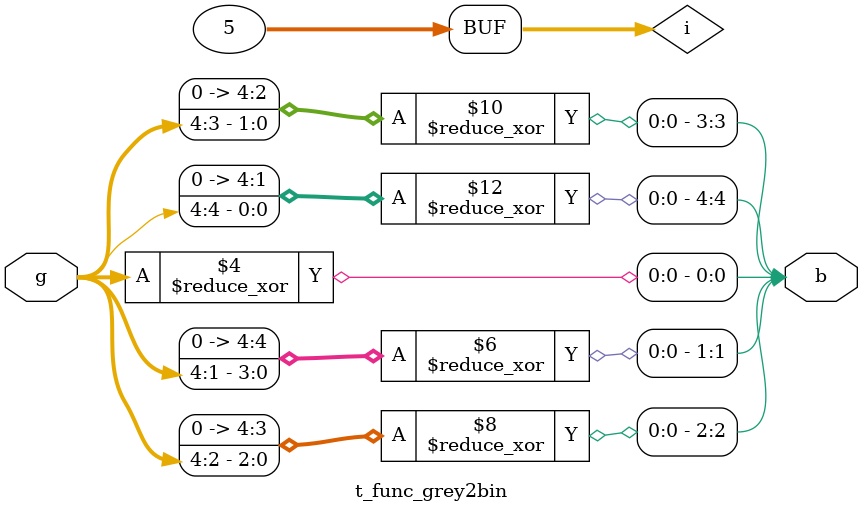
<source format=v>

module t (/*AUTOARG*/
   // Inputs
   clk
   );

   // surefire lint_off _NETNM
   // surefire lint_off STMINI

   input clk;
   integer _mode;   initial _mode = 0;

   wire [2:0] b3; reg [2:0] g3;
   wire [5:0] b6; reg [5:0] g6;

   t_func_grey2bin #(3) g2b3 (.b(b3), .g(g3));
   t_func_grey2bin #(6) g2b6 (.b(b6), .g(g6));

   always @ (posedge clk) begin
      if (_mode==0) begin
	 _mode <= 1;
	 g3 <= 3'b101;
	 g6 <= 6'b110101;
      end
      else if (_mode==1) begin
	 if (b3 !== 3'b110) $stop;
	 if (b6 !== 6'b100110) $stop;
	 _mode <= 2;
	 $write("*-* All Finished *-*\n");
	 $finish;
      end
   end

endmodule

// Module gray2bin
// convert an arbitrary width gray coded number to binary. The conversion
// of a 4 bit gray (represented as "g") to binary ("b") would go as follows:
// b[3] = ^g[3] = g[3]
// b[2] = ^g[3:2]
// b[1] = ^g[3:1]
// b[0] = ^g[3:[SZ-1:0] 	cur0]

module t_func_grey2bin (/*AUTOARG*/
   // Outputs
   b,
   // Inputs
   g
   );

   // surefire lint_off STMFOR

   parameter SZ = 5;
   output [SZ-1:0] b;
   input [SZ-1:0]  g;

   /*AUTOREG*/
   // Beginning of automatic regs (for this module's undeclared outputs)
   reg [SZ-1:0]		b;
   // End of automatics

   integer 	   i;
   always @(/*AUTOSENSE*/g)
     for (i=0; i<SZ; i=i+1)
       b[i] = ^(g >> i);  // surefire lint_off_line LATASS

endmodule

</source>
